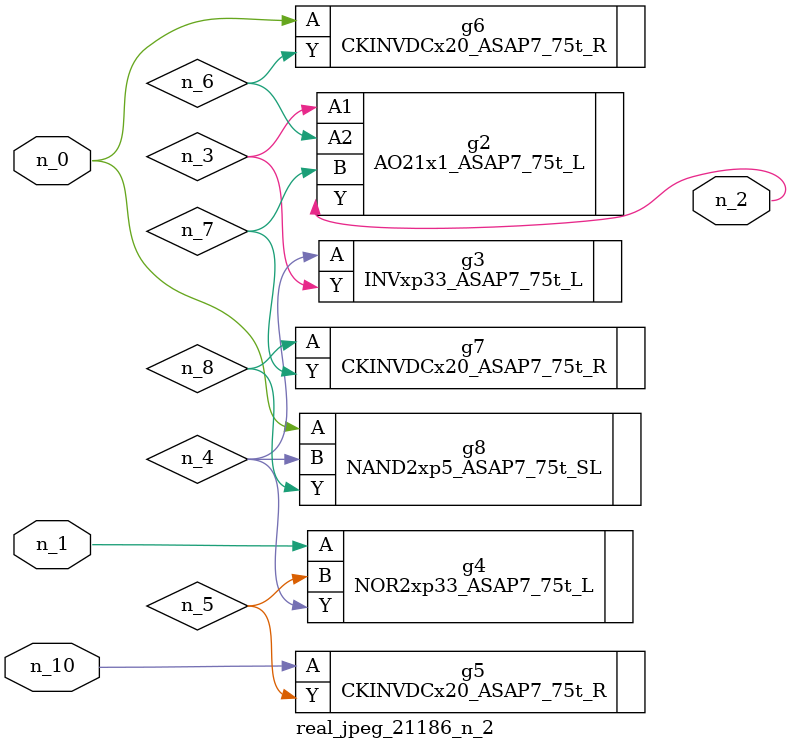
<source format=v>
module real_jpeg_21186_n_2 (n_1, n_10, n_0, n_2);

input n_1;
input n_10;
input n_0;

output n_2;

wire n_5;
wire n_4;
wire n_8;
wire n_6;
wire n_7;
wire n_3;

CKINVDCx20_ASAP7_75t_R g6 ( 
.A(n_0),
.Y(n_6)
);

NAND2xp5_ASAP7_75t_SL g8 ( 
.A(n_0),
.B(n_4),
.Y(n_8)
);

NOR2xp33_ASAP7_75t_L g4 ( 
.A(n_1),
.B(n_5),
.Y(n_4)
);

AO21x1_ASAP7_75t_L g2 ( 
.A1(n_3),
.A2(n_6),
.B(n_7),
.Y(n_2)
);

INVxp33_ASAP7_75t_L g3 ( 
.A(n_4),
.Y(n_3)
);

CKINVDCx20_ASAP7_75t_R g7 ( 
.A(n_8),
.Y(n_7)
);

CKINVDCx20_ASAP7_75t_R g5 ( 
.A(n_10),
.Y(n_5)
);


endmodule
</source>
